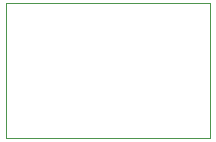
<source format=gm1>
G04 #@! TF.GenerationSoftware,KiCad,Pcbnew,(6.0.2-0)*
G04 #@! TF.CreationDate,2022-10-10T18:33:34+08:00*
G04 #@! TF.ProjectId,Revolute,5265766f-6c75-4746-952e-6b696361645f,rev?*
G04 #@! TF.SameCoordinates,Original*
G04 #@! TF.FileFunction,Profile,NP*
%FSLAX46Y46*%
G04 Gerber Fmt 4.6, Leading zero omitted, Abs format (unit mm)*
G04 Created by KiCad (PCBNEW (6.0.2-0)) date 2022-10-10 18:33:34*
%MOMM*%
%LPD*%
G01*
G04 APERTURE LIST*
G04 #@! TA.AperFunction,Profile*
%ADD10C,0.100000*%
G04 #@! TD*
G04 APERTURE END LIST*
D10*
X183300000Y-82000000D02*
X166000000Y-82000000D01*
X166000000Y-93400000D02*
X166000000Y-82000000D01*
X166000000Y-93400000D02*
X183300000Y-93400000D01*
X183300000Y-90400000D02*
X183300000Y-93400000D01*
X183300000Y-90400000D02*
X183300000Y-82000000D01*
M02*

</source>
